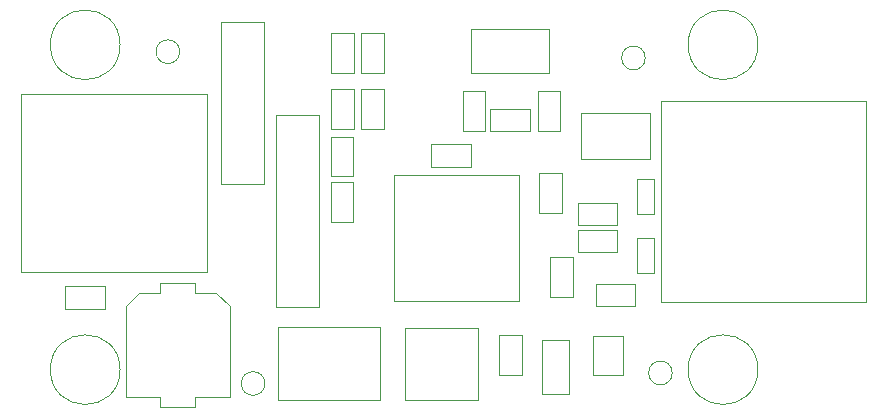
<source format=gbr>
%TF.GenerationSoftware,KiCad,Pcbnew,8.0.1+dfsg-1*%
%TF.CreationDate,2024-03-31T15:50:48+00:00*%
%TF.ProjectId,t1,74312e6b-6963-4616-945f-706362585858,WIP*%
%TF.SameCoordinates,Original*%
%TF.FileFunction,Other,User*%
%FSLAX46Y46*%
G04 Gerber Fmt 4.6, Leading zero omitted, Abs format (unit mm)*
G04 Created by KiCad (PCBNEW 8.0.1+dfsg-1) date 2024-03-31 15:50:48*
%MOMM*%
%LPD*%
G01*
G04 APERTURE LIST*
%ADD10C,0.050000*%
G04 APERTURE END LIST*
D10*
%TO.C,C1*%
X126435400Y-91644400D02*
X126435400Y-99294400D01*
X127585400Y-90494400D02*
X126435400Y-91644400D01*
X129335400Y-89644400D02*
X129335400Y-90494400D01*
X129335400Y-90494400D02*
X127585400Y-90494400D01*
X129335400Y-99294400D02*
X126435400Y-99294400D01*
X129335400Y-100144400D02*
X129335400Y-99294400D01*
X132335400Y-89644400D02*
X129335400Y-89644400D01*
X132335400Y-90494400D02*
X132335400Y-89644400D01*
X132335400Y-99294400D02*
X132335400Y-100144400D01*
X132335400Y-100144400D02*
X129335400Y-100144400D01*
X134085400Y-90494400D02*
X132335400Y-90494400D01*
X134085400Y-90494400D02*
X135235400Y-91644400D01*
X135235400Y-91644400D02*
X135235400Y-99294400D01*
X135235400Y-99294400D02*
X132335400Y-99294400D01*
%TO.C,C2*%
X121320000Y-89950000D02*
X124680000Y-89950000D01*
X121320000Y-91850000D02*
X121320000Y-89950000D01*
X124680000Y-89950000D02*
X124680000Y-91850000D01*
X124680000Y-91850000D02*
X121320000Y-91850000D01*
%TO.C,C3*%
X161310000Y-73436000D02*
X163210000Y-73436000D01*
X161310000Y-76796000D02*
X161310000Y-73436000D01*
X163210000Y-73436000D02*
X163210000Y-76796000D01*
X163210000Y-76796000D02*
X161310000Y-76796000D01*
%TO.C,C4*%
X154960000Y-73436000D02*
X156860000Y-73436000D01*
X154960000Y-76796000D02*
X154960000Y-73436000D01*
X156860000Y-73436000D02*
X156860000Y-76796000D01*
X156860000Y-76796000D02*
X154960000Y-76796000D01*
%TO.C,C5*%
X162372000Y-87474000D02*
X164272000Y-87474000D01*
X162372000Y-90834000D02*
X162372000Y-87474000D01*
X164272000Y-87474000D02*
X164272000Y-90834000D01*
X164272000Y-90834000D02*
X162372000Y-90834000D01*
%TO.C,C7*%
X152294800Y-77917000D02*
X155654800Y-77917000D01*
X152294800Y-79817000D02*
X152294800Y-77917000D01*
X155654800Y-77917000D02*
X155654800Y-79817000D01*
X155654800Y-79817000D02*
X152294800Y-79817000D01*
%TO.C,C8*%
X143804600Y-77288600D02*
X145704600Y-77288600D01*
X143804600Y-80648600D02*
X143804600Y-77288600D01*
X145704600Y-77288600D02*
X145704600Y-80648600D01*
X145704600Y-80648600D02*
X143804600Y-80648600D01*
%TO.C,D1*%
X161694000Y-94494000D02*
X163934000Y-94494000D01*
X161694000Y-99054000D02*
X161694000Y-94494000D01*
X163934000Y-94494000D02*
X163934000Y-99054000D01*
X163934000Y-99054000D02*
X161694000Y-99054000D01*
%TO.C,D2*%
X146370000Y-73270000D02*
X148270000Y-73270000D01*
X146370000Y-76630000D02*
X146370000Y-73270000D01*
X148270000Y-73270000D02*
X148270000Y-76630000D01*
X148270000Y-76630000D02*
X146370000Y-76630000D01*
%TO.C,D3*%
X143830000Y-73270000D02*
X145730000Y-73270000D01*
X143830000Y-76630000D02*
X143830000Y-73270000D01*
X145730000Y-73270000D02*
X145730000Y-76630000D01*
X145730000Y-76630000D02*
X143830000Y-76630000D01*
%TO.C,F1*%
X164944000Y-75266000D02*
X170844000Y-75266000D01*
X164944000Y-79166000D02*
X164944000Y-75266000D01*
X170844000Y-75266000D02*
X170844000Y-79166000D01*
X170844000Y-79166000D02*
X164944000Y-79166000D01*
%TO.C,FB1*%
X166214000Y-89728000D02*
X169574000Y-89728000D01*
X166214000Y-91628000D02*
X166214000Y-89728000D01*
X169574000Y-89728000D02*
X169574000Y-91628000D01*
X169574000Y-91628000D02*
X166214000Y-91628000D01*
%TO.C,FID1*%
X170418000Y-70612000D02*
G75*
G02*
X168418000Y-70612000I-1000000J0D01*
G01*
X168418000Y-70612000D02*
G75*
G02*
X170418000Y-70612000I1000000J0D01*
G01*
%TO.C,FID2*%
X172704000Y-97282000D02*
G75*
G02*
X170704000Y-97282000I-1000000J0D01*
G01*
X170704000Y-97282000D02*
G75*
G02*
X172704000Y-97282000I1000000J0D01*
G01*
%TO.C,FID3*%
X130997200Y-70078600D02*
G75*
G02*
X128997200Y-70078600I-1000000J0D01*
G01*
X128997200Y-70078600D02*
G75*
G02*
X130997200Y-70078600I1000000J0D01*
G01*
%TO.C,FID4*%
X138210800Y-98171000D02*
G75*
G02*
X136210800Y-98171000I-1000000J0D01*
G01*
X136210800Y-98171000D02*
G75*
G02*
X138210800Y-98171000I1000000J0D01*
G01*
%TO.C,H1*%
X179950000Y-97000000D02*
G75*
G02*
X174050000Y-97000000I-2950000J0D01*
G01*
X174050000Y-97000000D02*
G75*
G02*
X179950000Y-97000000I2950000J0D01*
G01*
%TO.C,H2*%
X125950000Y-97000000D02*
G75*
G02*
X120050000Y-97000000I-2950000J0D01*
G01*
X120050000Y-97000000D02*
G75*
G02*
X125950000Y-97000000I2950000J0D01*
G01*
%TO.C,H3*%
X125950000Y-69500000D02*
G75*
G02*
X120050000Y-69500000I-2950000J0D01*
G01*
X120050000Y-69500000D02*
G75*
G02*
X125950000Y-69500000I2950000J0D01*
G01*
%TO.C,H4*%
X179950000Y-69500000D02*
G75*
G02*
X174050000Y-69500000I-2950000J0D01*
G01*
X174050000Y-69500000D02*
G75*
G02*
X179950000Y-69500000I2950000J0D01*
G01*
%TO.C,J1*%
X117600000Y-73700000D02*
X133300000Y-73700000D01*
X117600000Y-88700000D02*
X117600000Y-73700000D01*
X117600000Y-88700000D02*
X133300000Y-88700000D01*
X133300000Y-88700000D02*
X133300000Y-73700000D01*
%TO.C,J3*%
X134500000Y-67550000D02*
X134500000Y-81300000D01*
X134500000Y-81300000D02*
X138100000Y-81300000D01*
X138100000Y-67550000D02*
X134500000Y-67550000D01*
X138100000Y-81300000D02*
X138100000Y-67550000D01*
%TO.C,J4*%
X150092000Y-93450000D02*
X150092000Y-99600000D01*
X150092000Y-99600000D02*
X156242000Y-99600000D01*
X156242000Y-93450000D02*
X150092000Y-93450000D01*
X156242000Y-99600000D02*
X156242000Y-93450000D01*
%TO.C,J5*%
X139322400Y-93414600D02*
X139322400Y-99564600D01*
X139322400Y-99564600D02*
X147972400Y-99564600D01*
X147972400Y-93414600D02*
X139322400Y-93414600D01*
X147972400Y-99564600D02*
X147972400Y-93414600D01*
%TO.C,J6*%
X139170000Y-75416000D02*
X139170000Y-91716000D01*
X139170000Y-91716000D02*
X142770000Y-91716000D01*
X142770000Y-75416000D02*
X139170000Y-75416000D01*
X142770000Y-91716000D02*
X142770000Y-75416000D01*
%TO.C,JP1*%
X166009000Y-97433400D02*
X166009000Y-94133400D01*
X166009000Y-97433400D02*
X168509000Y-97433400D01*
X168509000Y-94133400D02*
X166009000Y-94133400D01*
X168509000Y-94133400D02*
X168509000Y-97433400D01*
%TO.C,R1*%
X164690000Y-85156000D02*
X168050000Y-85156000D01*
X164690000Y-87056000D02*
X164690000Y-85156000D01*
X168050000Y-85156000D02*
X168050000Y-87056000D01*
X168050000Y-87056000D02*
X164690000Y-87056000D01*
%TO.C,R2*%
X164690000Y-82870000D02*
X168050000Y-82870000D01*
X164690000Y-84770000D02*
X164690000Y-82870000D01*
X168050000Y-82870000D02*
X168050000Y-84770000D01*
X168050000Y-84770000D02*
X164690000Y-84770000D01*
%TO.C,R3*%
X157278000Y-74928000D02*
X160638000Y-74928000D01*
X157278000Y-76828000D02*
X157278000Y-74928000D01*
X160638000Y-74928000D02*
X160638000Y-76828000D01*
X160638000Y-76828000D02*
X157278000Y-76828000D01*
%TO.C,R4*%
X158054000Y-94078000D02*
X159954000Y-94078000D01*
X158054000Y-97438000D02*
X158054000Y-94078000D01*
X159954000Y-94078000D02*
X159954000Y-97438000D01*
X159954000Y-97438000D02*
X158054000Y-97438000D01*
%TO.C,R5*%
X143804600Y-81124000D02*
X145704600Y-81124000D01*
X143804600Y-84484000D02*
X143804600Y-81124000D01*
X145704600Y-81124000D02*
X145704600Y-84484000D01*
X145704600Y-84484000D02*
X143804600Y-84484000D01*
%TO.C,R6*%
X146370000Y-68494800D02*
X148270000Y-68494800D01*
X146370000Y-71854800D02*
X146370000Y-68494800D01*
X148270000Y-68494800D02*
X148270000Y-71854800D01*
X148270000Y-71854800D02*
X146370000Y-71854800D01*
%TO.C,R7*%
X143830000Y-68494800D02*
X145730000Y-68494800D01*
X143830000Y-71854800D02*
X143830000Y-68494800D01*
X145730000Y-68494800D02*
X145730000Y-71854800D01*
X145730000Y-71854800D02*
X143830000Y-71854800D01*
%TO.C,VR1*%
X169704000Y-85870500D02*
X171164000Y-85870500D01*
X169704000Y-88830500D02*
X169704000Y-85870500D01*
X171164000Y-85870500D02*
X171164000Y-88830500D01*
X171164000Y-88830500D02*
X169704000Y-88830500D01*
%TO.C,Y1*%
X155627800Y-68127800D02*
X155627800Y-71927800D01*
X155627800Y-71927800D02*
X162227800Y-71927800D01*
X162227800Y-68127800D02*
X155627800Y-68127800D01*
X162227800Y-71927800D02*
X162227800Y-68127800D01*
%TO.C,J2*%
X171742000Y-74284000D02*
X171742000Y-91284000D01*
X171742000Y-91284000D02*
X189142000Y-91284000D01*
X189142000Y-74284000D02*
X171742000Y-74284000D01*
X189142000Y-91284000D02*
X189142000Y-74284000D01*
%TO.C,U1*%
X149132000Y-80552000D02*
X149132000Y-91152000D01*
X159732000Y-80552000D02*
X149132000Y-80552000D01*
X159732000Y-80552000D02*
X159732000Y-91152000D01*
X159732000Y-91152000D02*
X149132000Y-91152000D01*
%TO.C,VR2*%
X169704000Y-80841400D02*
X171164000Y-80841400D01*
X169704000Y-83801400D02*
X169704000Y-80841400D01*
X171164000Y-80841400D02*
X171164000Y-83801400D01*
X171164000Y-83801400D02*
X169704000Y-83801400D01*
%TO.C,C6*%
X161432200Y-80387400D02*
X163332200Y-80387400D01*
X161432200Y-83747400D02*
X161432200Y-80387400D01*
X163332200Y-80387400D02*
X163332200Y-83747400D01*
X163332200Y-83747400D02*
X161432200Y-83747400D01*
%TD*%
M02*

</source>
